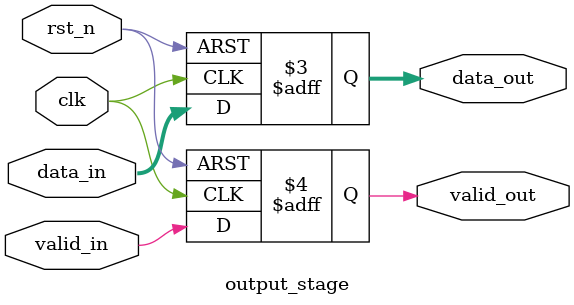
<source format=sv>
module arith_right_shifter (
    input CLK, RST_n,
    input [15:0] DATA_IN,
    input SHIFT,
    input VALID_IN,
    output [15:0] DATA_OUT,
    output VALID_OUT
);
    // Internal connections between stages
    wire [15:0] data_stage1;
    wire shift_stage1;
    wire valid_stage1;
    
    wire [15:0] data_stage2;
    wire valid_stage2;
    
    // Stage 1: Input Registration
    input_stage input_reg (
        .clk(CLK),
        .rst_n(RST_n),
        .data_in(DATA_IN),
        .shift_in(SHIFT),
        .valid_in(VALID_IN),
        .data_out(data_stage1),
        .shift_out(shift_stage1),
        .valid_out(valid_stage1)
    );
    
    // Stage 2: Shift Operation
    shift_stage shift_op (
        .clk(CLK),
        .rst_n(RST_n),
        .data_in(data_stage1),
        .shift_in(shift_stage1),
        .valid_in(valid_stage1),
        .data_out(data_stage2),
        .valid_out(valid_stage2)
    );
    
    // Stage 3: Output Registration
    output_stage output_reg (
        .clk(CLK),
        .rst_n(RST_n),
        .data_in(data_stage2),
        .valid_in(valid_stage2),
        .data_out(DATA_OUT),
        .valid_out(VALID_OUT)
    );
endmodule

// Stage 1: Input Registration Module
module input_stage (
    input clk,
    input rst_n,
    input [15:0] data_in,
    input shift_in,
    input valid_in,
    output reg [15:0] data_out,
    output reg shift_out,
    output reg valid_out
);
    always @(posedge clk or negedge rst_n) begin
        if (!rst_n) begin
            data_out <= 16'h0000;
            shift_out <= 1'b0;
            valid_out <= 1'b0;
        end
        else begin
            data_out <= data_in;
            shift_out <= shift_in;
            valid_out <= valid_in;
        end
    end
endmodule

// Stage 2: Shift Operation Module
module shift_stage (
    input clk,
    input rst_n,
    input [15:0] data_in,
    input shift_in,
    input valid_in,
    output reg [15:0] data_out,
    output reg valid_out
);
    always @(posedge clk or negedge rst_n) begin
        if (!rst_n) begin
            data_out <= 16'h0000;
            valid_out <= 1'b0;
        end
        else begin
            if (valid_in) begin
                if (shift_in)
                    data_out <= {data_in[15], data_in[15:1]}; // Sign extension
                else
                    data_out <= data_in;
                
                valid_out <= valid_in;
            end
        end
    end
endmodule

// Stage 3: Output Registration Module
module output_stage (
    input clk,
    input rst_n,
    input [15:0] data_in,
    input valid_in,
    output reg [15:0] data_out,
    output reg valid_out
);
    always @(posedge clk or negedge rst_n) begin
        if (!rst_n) begin
            data_out <= 16'h0000;
            valid_out <= 1'b0;
        end
        else begin
            data_out <= data_in;
            valid_out <= valid_in;
        end
    end
endmodule
</source>
